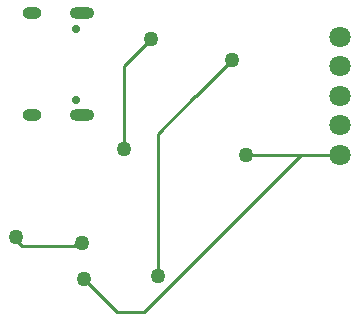
<source format=gbl>
G04*
G04 #@! TF.GenerationSoftware,Altium Limited,Altium Designer,22.0.2 (36)*
G04*
G04 Layer_Physical_Order=2*
G04 Layer_Color=16711680*
%FSLAX25Y25*%
%MOIN*%
G70*
G04*
G04 #@! TF.SameCoordinates,C1BBFEDD-02B3-4BB0-B8EE-F48E88225D29*
G04*
G04*
G04 #@! TF.FilePolarity,Positive*
G04*
G01*
G75*
%ADD11C,0.01000*%
%ADD45C,0.02756*%
%ADD46O,0.06299X0.03937*%
%ADD47O,0.08268X0.03937*%
%ADD48C,0.07087*%
%ADD49C,0.05000*%
D11*
X5000Y44010D02*
Y44819D01*
Y44010D02*
X7010Y42000D01*
X24414D01*
X24649Y42235D02*
X26235D01*
X24414Y42000D02*
X24649Y42235D01*
X26235D02*
X27000Y43000D01*
X64918Y92000D02*
X76918Y104000D01*
X77000D01*
X64800Y92000D02*
X64918D01*
X52200Y79400D02*
X64800Y92000D01*
X52200Y32000D02*
Y79400D01*
X41000Y74200D02*
Y102000D01*
X50000Y111000D01*
X99815Y72315D02*
X113000D01*
X81585D02*
X99815D01*
X27600Y31000D02*
X38600Y20000D01*
X47500D01*
X99815Y72315D01*
D45*
X24841Y90768D02*
D03*
Y114233D02*
D03*
D46*
X10471Y85492D02*
D03*
Y119508D02*
D03*
D47*
X26928Y85492D02*
D03*
Y119508D02*
D03*
D48*
X113000Y72315D02*
D03*
Y82158D02*
D03*
Y92000D02*
D03*
Y101843D02*
D03*
Y111685D02*
D03*
D49*
X5000Y44819D02*
D03*
X77000Y104000D02*
D03*
X50000Y111000D02*
D03*
X27000Y43000D02*
D03*
X81585Y72315D02*
D03*
X41000Y74200D02*
D03*
X27600Y31000D02*
D03*
X52200Y32000D02*
D03*
M02*

</source>
